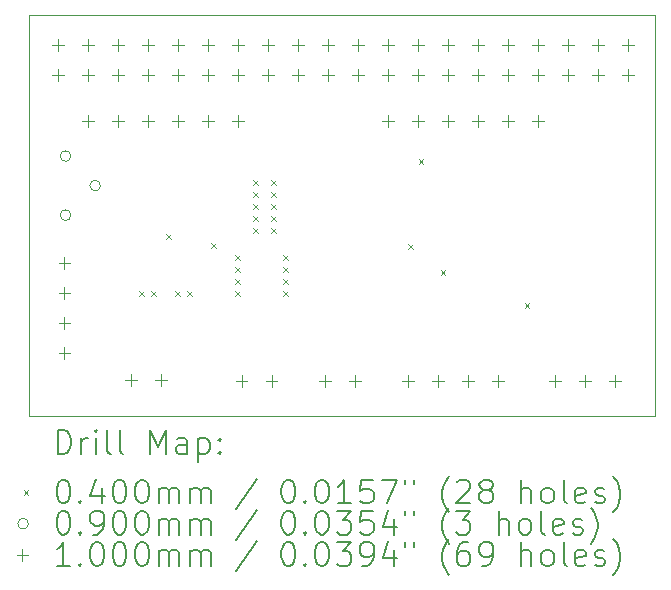
<source format=gbr>
%TF.GenerationSoftware,KiCad,Pcbnew,7.0.1*%
%TF.CreationDate,2023-06-20T17:21:24-05:00*%
%TF.ProjectId,squishbox1,73717569-7368-4626-9f78-312e6b696361,rev?*%
%TF.SameCoordinates,Original*%
%TF.FileFunction,Drillmap*%
%TF.FilePolarity,Positive*%
%FSLAX45Y45*%
G04 Gerber Fmt 4.5, Leading zero omitted, Abs format (unit mm)*
G04 Created by KiCad (PCBNEW 7.0.1) date 2023-06-20 17:21:24*
%MOMM*%
%LPD*%
G01*
G04 APERTURE LIST*
%ADD10C,0.100000*%
%ADD11C,0.200000*%
%ADD12C,0.040000*%
%ADD13C,0.090000*%
G04 APERTURE END LIST*
D10*
X8600000Y-4700000D02*
X13900000Y-4700000D01*
X13900000Y-8100000D01*
X8600000Y-8100000D01*
X8600000Y-4700000D01*
D11*
D12*
X9530400Y-7041200D02*
X9570400Y-7081200D01*
X9570400Y-7041200D02*
X9530400Y-7081200D01*
X9632000Y-7041200D02*
X9672000Y-7081200D01*
X9672000Y-7041200D02*
X9632000Y-7081200D01*
X9759000Y-6559390D02*
X9799000Y-6599390D01*
X9799000Y-6559390D02*
X9759000Y-6599390D01*
X9835200Y-7041200D02*
X9875200Y-7081200D01*
X9875200Y-7041200D02*
X9835200Y-7081200D01*
X9936800Y-7041200D02*
X9976800Y-7081200D01*
X9976800Y-7041200D02*
X9936800Y-7081200D01*
X10140000Y-6634800D02*
X10180000Y-6674800D01*
X10180000Y-6634800D02*
X10140000Y-6674800D01*
X10343200Y-6736400D02*
X10383200Y-6776400D01*
X10383200Y-6736400D02*
X10343200Y-6776400D01*
X10343200Y-6838000D02*
X10383200Y-6878000D01*
X10383200Y-6838000D02*
X10343200Y-6878000D01*
X10343200Y-6939600D02*
X10383200Y-6979600D01*
X10383200Y-6939600D02*
X10343200Y-6979600D01*
X10343200Y-7041200D02*
X10383200Y-7081200D01*
X10383200Y-7041200D02*
X10343200Y-7081200D01*
X10495600Y-6101400D02*
X10535600Y-6141400D01*
X10535600Y-6101400D02*
X10495600Y-6141400D01*
X10495600Y-6203000D02*
X10535600Y-6243000D01*
X10535600Y-6203000D02*
X10495600Y-6243000D01*
X10495600Y-6304600D02*
X10535600Y-6344600D01*
X10535600Y-6304600D02*
X10495600Y-6344600D01*
X10495600Y-6406200D02*
X10535600Y-6446200D01*
X10535600Y-6406200D02*
X10495600Y-6446200D01*
X10495600Y-6507800D02*
X10535600Y-6547800D01*
X10535600Y-6507800D02*
X10495600Y-6547800D01*
X10648000Y-6101400D02*
X10688000Y-6141400D01*
X10688000Y-6101400D02*
X10648000Y-6141400D01*
X10648000Y-6203000D02*
X10688000Y-6243000D01*
X10688000Y-6203000D02*
X10648000Y-6243000D01*
X10648000Y-6304600D02*
X10688000Y-6344600D01*
X10688000Y-6304600D02*
X10648000Y-6344600D01*
X10648000Y-6406200D02*
X10688000Y-6446200D01*
X10688000Y-6406200D02*
X10648000Y-6446200D01*
X10648000Y-6507800D02*
X10688000Y-6547800D01*
X10688000Y-6507800D02*
X10648000Y-6547800D01*
X10749600Y-6736400D02*
X10789600Y-6776400D01*
X10789600Y-6736400D02*
X10749600Y-6776400D01*
X10749600Y-6838000D02*
X10789600Y-6878000D01*
X10789600Y-6838000D02*
X10749600Y-6878000D01*
X10749600Y-6939600D02*
X10789600Y-6979600D01*
X10789600Y-6939600D02*
X10749600Y-6979600D01*
X10749600Y-7041200D02*
X10789600Y-7081200D01*
X10789600Y-7041200D02*
X10749600Y-7081200D01*
X11812390Y-6641180D02*
X11852390Y-6681180D01*
X11852390Y-6641180D02*
X11812390Y-6681180D01*
X11900000Y-5920000D02*
X11940000Y-5960000D01*
X11940000Y-5920000D02*
X11900000Y-5960000D01*
X12084950Y-6865370D02*
X12124950Y-6905370D01*
X12124950Y-6865370D02*
X12084950Y-6905370D01*
X12795470Y-7139240D02*
X12835470Y-7179240D01*
X12835470Y-7139240D02*
X12795470Y-7179240D01*
D13*
X8954900Y-5896800D02*
G75*
G03*
X8954900Y-5896800I-45000J0D01*
G01*
X8954900Y-6396800D02*
G75*
G03*
X8954900Y-6396800I-45000J0D01*
G01*
X9204900Y-6146800D02*
G75*
G03*
X9204900Y-6146800I-45000J0D01*
G01*
D10*
X8844000Y-4903000D02*
X8844000Y-5003000D01*
X8794000Y-4953000D02*
X8894000Y-4953000D01*
X8844000Y-5157000D02*
X8844000Y-5257000D01*
X8794000Y-5207000D02*
X8894000Y-5207000D01*
X8900160Y-6749580D02*
X8900160Y-6849580D01*
X8850160Y-6799580D02*
X8950160Y-6799580D01*
X8900160Y-7003580D02*
X8900160Y-7103580D01*
X8850160Y-7053580D02*
X8950160Y-7053580D01*
X8900160Y-7257580D02*
X8900160Y-7357580D01*
X8850160Y-7307580D02*
X8950160Y-7307580D01*
X8900160Y-7511580D02*
X8900160Y-7611580D01*
X8850160Y-7561580D02*
X8950160Y-7561580D01*
X9098000Y-4903000D02*
X9098000Y-5003000D01*
X9048000Y-4953000D02*
X9148000Y-4953000D01*
X9098000Y-5157000D02*
X9098000Y-5257000D01*
X9048000Y-5207000D02*
X9148000Y-5207000D01*
X9100000Y-5550000D02*
X9100000Y-5650000D01*
X9050000Y-5600000D02*
X9150000Y-5600000D01*
X9352000Y-4903000D02*
X9352000Y-5003000D01*
X9302000Y-4953000D02*
X9402000Y-4953000D01*
X9352000Y-5157000D02*
X9352000Y-5257000D01*
X9302000Y-5207000D02*
X9402000Y-5207000D01*
X9354000Y-5550000D02*
X9354000Y-5650000D01*
X9304000Y-5600000D02*
X9404000Y-5600000D01*
X9464040Y-7740180D02*
X9464040Y-7840180D01*
X9414040Y-7790180D02*
X9514040Y-7790180D01*
X9606000Y-4903000D02*
X9606000Y-5003000D01*
X9556000Y-4953000D02*
X9656000Y-4953000D01*
X9606000Y-5157000D02*
X9606000Y-5257000D01*
X9556000Y-5207000D02*
X9656000Y-5207000D01*
X9608000Y-5550000D02*
X9608000Y-5650000D01*
X9558000Y-5600000D02*
X9658000Y-5600000D01*
X9718040Y-7740180D02*
X9718040Y-7840180D01*
X9668040Y-7790180D02*
X9768040Y-7790180D01*
X9860000Y-4903000D02*
X9860000Y-5003000D01*
X9810000Y-4953000D02*
X9910000Y-4953000D01*
X9860000Y-5157000D02*
X9860000Y-5257000D01*
X9810000Y-5207000D02*
X9910000Y-5207000D01*
X9862000Y-5550000D02*
X9862000Y-5650000D01*
X9812000Y-5600000D02*
X9912000Y-5600000D01*
X10114000Y-4903000D02*
X10114000Y-5003000D01*
X10064000Y-4953000D02*
X10164000Y-4953000D01*
X10114000Y-5157000D02*
X10114000Y-5257000D01*
X10064000Y-5207000D02*
X10164000Y-5207000D01*
X10116000Y-5550000D02*
X10116000Y-5650000D01*
X10066000Y-5600000D02*
X10166000Y-5600000D01*
X10368000Y-4903000D02*
X10368000Y-5003000D01*
X10318000Y-4953000D02*
X10418000Y-4953000D01*
X10368000Y-5157000D02*
X10368000Y-5257000D01*
X10318000Y-5207000D02*
X10418000Y-5207000D01*
X10370000Y-5550000D02*
X10370000Y-5650000D01*
X10320000Y-5600000D02*
X10420000Y-5600000D01*
X10400000Y-7750000D02*
X10400000Y-7850000D01*
X10350000Y-7800000D02*
X10450000Y-7800000D01*
X10622000Y-4903000D02*
X10622000Y-5003000D01*
X10572000Y-4953000D02*
X10672000Y-4953000D01*
X10622000Y-5157000D02*
X10622000Y-5257000D01*
X10572000Y-5207000D02*
X10672000Y-5207000D01*
X10654000Y-7750000D02*
X10654000Y-7850000D01*
X10604000Y-7800000D02*
X10704000Y-7800000D01*
X10876000Y-4903000D02*
X10876000Y-5003000D01*
X10826000Y-4953000D02*
X10926000Y-4953000D01*
X10876000Y-5157000D02*
X10876000Y-5257000D01*
X10826000Y-5207000D02*
X10926000Y-5207000D01*
X11106920Y-7750000D02*
X11106920Y-7850000D01*
X11056920Y-7800000D02*
X11156920Y-7800000D01*
X11130000Y-4903000D02*
X11130000Y-5003000D01*
X11080000Y-4953000D02*
X11180000Y-4953000D01*
X11130000Y-5157000D02*
X11130000Y-5257000D01*
X11080000Y-5207000D02*
X11180000Y-5207000D01*
X11360920Y-7750000D02*
X11360920Y-7850000D01*
X11310920Y-7800000D02*
X11410920Y-7800000D01*
X11384000Y-4903000D02*
X11384000Y-5003000D01*
X11334000Y-4953000D02*
X11434000Y-4953000D01*
X11384000Y-5157000D02*
X11384000Y-5257000D01*
X11334000Y-5207000D02*
X11434000Y-5207000D01*
X11638000Y-4903000D02*
X11638000Y-5003000D01*
X11588000Y-4953000D02*
X11688000Y-4953000D01*
X11638000Y-5157000D02*
X11638000Y-5257000D01*
X11588000Y-5207000D02*
X11688000Y-5207000D01*
X11640000Y-5550000D02*
X11640000Y-5650000D01*
X11590000Y-5600000D02*
X11690000Y-5600000D01*
X11812000Y-7750000D02*
X11812000Y-7850000D01*
X11762000Y-7800000D02*
X11862000Y-7800000D01*
X11892000Y-4903000D02*
X11892000Y-5003000D01*
X11842000Y-4953000D02*
X11942000Y-4953000D01*
X11892000Y-5157000D02*
X11892000Y-5257000D01*
X11842000Y-5207000D02*
X11942000Y-5207000D01*
X11894000Y-5550000D02*
X11894000Y-5650000D01*
X11844000Y-5600000D02*
X11944000Y-5600000D01*
X12066000Y-7750000D02*
X12066000Y-7850000D01*
X12016000Y-7800000D02*
X12116000Y-7800000D01*
X12146000Y-4903000D02*
X12146000Y-5003000D01*
X12096000Y-4953000D02*
X12196000Y-4953000D01*
X12146000Y-5157000D02*
X12146000Y-5257000D01*
X12096000Y-5207000D02*
X12196000Y-5207000D01*
X12148000Y-5550000D02*
X12148000Y-5650000D01*
X12098000Y-5600000D02*
X12198000Y-5600000D01*
X12320000Y-7750000D02*
X12320000Y-7850000D01*
X12270000Y-7800000D02*
X12370000Y-7800000D01*
X12400000Y-4903000D02*
X12400000Y-5003000D01*
X12350000Y-4953000D02*
X12450000Y-4953000D01*
X12400000Y-5157000D02*
X12400000Y-5257000D01*
X12350000Y-5207000D02*
X12450000Y-5207000D01*
X12402000Y-5550000D02*
X12402000Y-5650000D01*
X12352000Y-5600000D02*
X12452000Y-5600000D01*
X12574000Y-7750000D02*
X12574000Y-7850000D01*
X12524000Y-7800000D02*
X12624000Y-7800000D01*
X12654000Y-4903000D02*
X12654000Y-5003000D01*
X12604000Y-4953000D02*
X12704000Y-4953000D01*
X12654000Y-5157000D02*
X12654000Y-5257000D01*
X12604000Y-5207000D02*
X12704000Y-5207000D01*
X12656000Y-5550000D02*
X12656000Y-5650000D01*
X12606000Y-5600000D02*
X12706000Y-5600000D01*
X12908000Y-4903000D02*
X12908000Y-5003000D01*
X12858000Y-4953000D02*
X12958000Y-4953000D01*
X12908000Y-5157000D02*
X12908000Y-5257000D01*
X12858000Y-5207000D02*
X12958000Y-5207000D01*
X12910000Y-5550000D02*
X12910000Y-5650000D01*
X12860000Y-5600000D02*
X12960000Y-5600000D01*
X13050520Y-7747800D02*
X13050520Y-7847800D01*
X13000520Y-7797800D02*
X13100520Y-7797800D01*
X13162000Y-4903000D02*
X13162000Y-5003000D01*
X13112000Y-4953000D02*
X13212000Y-4953000D01*
X13162000Y-5157000D02*
X13162000Y-5257000D01*
X13112000Y-5207000D02*
X13212000Y-5207000D01*
X13304520Y-7747800D02*
X13304520Y-7847800D01*
X13254520Y-7797800D02*
X13354520Y-7797800D01*
X13416000Y-4903000D02*
X13416000Y-5003000D01*
X13366000Y-4953000D02*
X13466000Y-4953000D01*
X13416000Y-5157000D02*
X13416000Y-5257000D01*
X13366000Y-5207000D02*
X13466000Y-5207000D01*
X13558520Y-7747800D02*
X13558520Y-7847800D01*
X13508520Y-7797800D02*
X13608520Y-7797800D01*
X13670000Y-4903000D02*
X13670000Y-5003000D01*
X13620000Y-4953000D02*
X13720000Y-4953000D01*
X13670000Y-5157000D02*
X13670000Y-5257000D01*
X13620000Y-5207000D02*
X13720000Y-5207000D01*
D11*
X8842619Y-8417524D02*
X8842619Y-8217524D01*
X8842619Y-8217524D02*
X8890238Y-8217524D01*
X8890238Y-8217524D02*
X8918810Y-8227048D01*
X8918810Y-8227048D02*
X8937857Y-8246095D01*
X8937857Y-8246095D02*
X8947381Y-8265143D01*
X8947381Y-8265143D02*
X8956905Y-8303238D01*
X8956905Y-8303238D02*
X8956905Y-8331809D01*
X8956905Y-8331809D02*
X8947381Y-8369905D01*
X8947381Y-8369905D02*
X8937857Y-8388952D01*
X8937857Y-8388952D02*
X8918810Y-8408000D01*
X8918810Y-8408000D02*
X8890238Y-8417524D01*
X8890238Y-8417524D02*
X8842619Y-8417524D01*
X9042619Y-8417524D02*
X9042619Y-8284190D01*
X9042619Y-8322286D02*
X9052143Y-8303238D01*
X9052143Y-8303238D02*
X9061667Y-8293714D01*
X9061667Y-8293714D02*
X9080714Y-8284190D01*
X9080714Y-8284190D02*
X9099762Y-8284190D01*
X9166429Y-8417524D02*
X9166429Y-8284190D01*
X9166429Y-8217524D02*
X9156905Y-8227048D01*
X9156905Y-8227048D02*
X9166429Y-8236571D01*
X9166429Y-8236571D02*
X9175952Y-8227048D01*
X9175952Y-8227048D02*
X9166429Y-8217524D01*
X9166429Y-8217524D02*
X9166429Y-8236571D01*
X9290238Y-8417524D02*
X9271190Y-8408000D01*
X9271190Y-8408000D02*
X9261667Y-8388952D01*
X9261667Y-8388952D02*
X9261667Y-8217524D01*
X9395000Y-8417524D02*
X9375952Y-8408000D01*
X9375952Y-8408000D02*
X9366429Y-8388952D01*
X9366429Y-8388952D02*
X9366429Y-8217524D01*
X9623571Y-8417524D02*
X9623571Y-8217524D01*
X9623571Y-8217524D02*
X9690238Y-8360381D01*
X9690238Y-8360381D02*
X9756905Y-8217524D01*
X9756905Y-8217524D02*
X9756905Y-8417524D01*
X9937857Y-8417524D02*
X9937857Y-8312762D01*
X9937857Y-8312762D02*
X9928333Y-8293714D01*
X9928333Y-8293714D02*
X9909286Y-8284190D01*
X9909286Y-8284190D02*
X9871190Y-8284190D01*
X9871190Y-8284190D02*
X9852143Y-8293714D01*
X9937857Y-8408000D02*
X9918810Y-8417524D01*
X9918810Y-8417524D02*
X9871190Y-8417524D01*
X9871190Y-8417524D02*
X9852143Y-8408000D01*
X9852143Y-8408000D02*
X9842619Y-8388952D01*
X9842619Y-8388952D02*
X9842619Y-8369905D01*
X9842619Y-8369905D02*
X9852143Y-8350857D01*
X9852143Y-8350857D02*
X9871190Y-8341333D01*
X9871190Y-8341333D02*
X9918810Y-8341333D01*
X9918810Y-8341333D02*
X9937857Y-8331809D01*
X10033095Y-8284190D02*
X10033095Y-8484190D01*
X10033095Y-8293714D02*
X10052143Y-8284190D01*
X10052143Y-8284190D02*
X10090238Y-8284190D01*
X10090238Y-8284190D02*
X10109286Y-8293714D01*
X10109286Y-8293714D02*
X10118810Y-8303238D01*
X10118810Y-8303238D02*
X10128333Y-8322286D01*
X10128333Y-8322286D02*
X10128333Y-8379428D01*
X10128333Y-8379428D02*
X10118810Y-8398476D01*
X10118810Y-8398476D02*
X10109286Y-8408000D01*
X10109286Y-8408000D02*
X10090238Y-8417524D01*
X10090238Y-8417524D02*
X10052143Y-8417524D01*
X10052143Y-8417524D02*
X10033095Y-8408000D01*
X10214048Y-8398476D02*
X10223571Y-8408000D01*
X10223571Y-8408000D02*
X10214048Y-8417524D01*
X10214048Y-8417524D02*
X10204524Y-8408000D01*
X10204524Y-8408000D02*
X10214048Y-8398476D01*
X10214048Y-8398476D02*
X10214048Y-8417524D01*
X10214048Y-8293714D02*
X10223571Y-8303238D01*
X10223571Y-8303238D02*
X10214048Y-8312762D01*
X10214048Y-8312762D02*
X10204524Y-8303238D01*
X10204524Y-8303238D02*
X10214048Y-8293714D01*
X10214048Y-8293714D02*
X10214048Y-8312762D01*
D12*
X8555000Y-8725000D02*
X8595000Y-8765000D01*
X8595000Y-8725000D02*
X8555000Y-8765000D01*
D11*
X8880714Y-8637524D02*
X8899762Y-8637524D01*
X8899762Y-8637524D02*
X8918810Y-8647048D01*
X8918810Y-8647048D02*
X8928333Y-8656571D01*
X8928333Y-8656571D02*
X8937857Y-8675619D01*
X8937857Y-8675619D02*
X8947381Y-8713714D01*
X8947381Y-8713714D02*
X8947381Y-8761333D01*
X8947381Y-8761333D02*
X8937857Y-8799429D01*
X8937857Y-8799429D02*
X8928333Y-8818476D01*
X8928333Y-8818476D02*
X8918810Y-8828000D01*
X8918810Y-8828000D02*
X8899762Y-8837524D01*
X8899762Y-8837524D02*
X8880714Y-8837524D01*
X8880714Y-8837524D02*
X8861667Y-8828000D01*
X8861667Y-8828000D02*
X8852143Y-8818476D01*
X8852143Y-8818476D02*
X8842619Y-8799429D01*
X8842619Y-8799429D02*
X8833095Y-8761333D01*
X8833095Y-8761333D02*
X8833095Y-8713714D01*
X8833095Y-8713714D02*
X8842619Y-8675619D01*
X8842619Y-8675619D02*
X8852143Y-8656571D01*
X8852143Y-8656571D02*
X8861667Y-8647048D01*
X8861667Y-8647048D02*
X8880714Y-8637524D01*
X9033095Y-8818476D02*
X9042619Y-8828000D01*
X9042619Y-8828000D02*
X9033095Y-8837524D01*
X9033095Y-8837524D02*
X9023571Y-8828000D01*
X9023571Y-8828000D02*
X9033095Y-8818476D01*
X9033095Y-8818476D02*
X9033095Y-8837524D01*
X9214048Y-8704190D02*
X9214048Y-8837524D01*
X9166429Y-8628000D02*
X9118810Y-8770857D01*
X9118810Y-8770857D02*
X9242619Y-8770857D01*
X9356905Y-8637524D02*
X9375952Y-8637524D01*
X9375952Y-8637524D02*
X9395000Y-8647048D01*
X9395000Y-8647048D02*
X9404524Y-8656571D01*
X9404524Y-8656571D02*
X9414048Y-8675619D01*
X9414048Y-8675619D02*
X9423571Y-8713714D01*
X9423571Y-8713714D02*
X9423571Y-8761333D01*
X9423571Y-8761333D02*
X9414048Y-8799429D01*
X9414048Y-8799429D02*
X9404524Y-8818476D01*
X9404524Y-8818476D02*
X9395000Y-8828000D01*
X9395000Y-8828000D02*
X9375952Y-8837524D01*
X9375952Y-8837524D02*
X9356905Y-8837524D01*
X9356905Y-8837524D02*
X9337857Y-8828000D01*
X9337857Y-8828000D02*
X9328333Y-8818476D01*
X9328333Y-8818476D02*
X9318810Y-8799429D01*
X9318810Y-8799429D02*
X9309286Y-8761333D01*
X9309286Y-8761333D02*
X9309286Y-8713714D01*
X9309286Y-8713714D02*
X9318810Y-8675619D01*
X9318810Y-8675619D02*
X9328333Y-8656571D01*
X9328333Y-8656571D02*
X9337857Y-8647048D01*
X9337857Y-8647048D02*
X9356905Y-8637524D01*
X9547381Y-8637524D02*
X9566429Y-8637524D01*
X9566429Y-8637524D02*
X9585476Y-8647048D01*
X9585476Y-8647048D02*
X9595000Y-8656571D01*
X9595000Y-8656571D02*
X9604524Y-8675619D01*
X9604524Y-8675619D02*
X9614048Y-8713714D01*
X9614048Y-8713714D02*
X9614048Y-8761333D01*
X9614048Y-8761333D02*
X9604524Y-8799429D01*
X9604524Y-8799429D02*
X9595000Y-8818476D01*
X9595000Y-8818476D02*
X9585476Y-8828000D01*
X9585476Y-8828000D02*
X9566429Y-8837524D01*
X9566429Y-8837524D02*
X9547381Y-8837524D01*
X9547381Y-8837524D02*
X9528333Y-8828000D01*
X9528333Y-8828000D02*
X9518810Y-8818476D01*
X9518810Y-8818476D02*
X9509286Y-8799429D01*
X9509286Y-8799429D02*
X9499762Y-8761333D01*
X9499762Y-8761333D02*
X9499762Y-8713714D01*
X9499762Y-8713714D02*
X9509286Y-8675619D01*
X9509286Y-8675619D02*
X9518810Y-8656571D01*
X9518810Y-8656571D02*
X9528333Y-8647048D01*
X9528333Y-8647048D02*
X9547381Y-8637524D01*
X9699762Y-8837524D02*
X9699762Y-8704190D01*
X9699762Y-8723238D02*
X9709286Y-8713714D01*
X9709286Y-8713714D02*
X9728333Y-8704190D01*
X9728333Y-8704190D02*
X9756905Y-8704190D01*
X9756905Y-8704190D02*
X9775952Y-8713714D01*
X9775952Y-8713714D02*
X9785476Y-8732762D01*
X9785476Y-8732762D02*
X9785476Y-8837524D01*
X9785476Y-8732762D02*
X9795000Y-8713714D01*
X9795000Y-8713714D02*
X9814048Y-8704190D01*
X9814048Y-8704190D02*
X9842619Y-8704190D01*
X9842619Y-8704190D02*
X9861667Y-8713714D01*
X9861667Y-8713714D02*
X9871191Y-8732762D01*
X9871191Y-8732762D02*
X9871191Y-8837524D01*
X9966429Y-8837524D02*
X9966429Y-8704190D01*
X9966429Y-8723238D02*
X9975952Y-8713714D01*
X9975952Y-8713714D02*
X9995000Y-8704190D01*
X9995000Y-8704190D02*
X10023572Y-8704190D01*
X10023572Y-8704190D02*
X10042619Y-8713714D01*
X10042619Y-8713714D02*
X10052143Y-8732762D01*
X10052143Y-8732762D02*
X10052143Y-8837524D01*
X10052143Y-8732762D02*
X10061667Y-8713714D01*
X10061667Y-8713714D02*
X10080714Y-8704190D01*
X10080714Y-8704190D02*
X10109286Y-8704190D01*
X10109286Y-8704190D02*
X10128333Y-8713714D01*
X10128333Y-8713714D02*
X10137857Y-8732762D01*
X10137857Y-8732762D02*
X10137857Y-8837524D01*
X10528333Y-8628000D02*
X10356905Y-8885143D01*
X10785476Y-8637524D02*
X10804524Y-8637524D01*
X10804524Y-8637524D02*
X10823572Y-8647048D01*
X10823572Y-8647048D02*
X10833095Y-8656571D01*
X10833095Y-8656571D02*
X10842619Y-8675619D01*
X10842619Y-8675619D02*
X10852143Y-8713714D01*
X10852143Y-8713714D02*
X10852143Y-8761333D01*
X10852143Y-8761333D02*
X10842619Y-8799429D01*
X10842619Y-8799429D02*
X10833095Y-8818476D01*
X10833095Y-8818476D02*
X10823572Y-8828000D01*
X10823572Y-8828000D02*
X10804524Y-8837524D01*
X10804524Y-8837524D02*
X10785476Y-8837524D01*
X10785476Y-8837524D02*
X10766429Y-8828000D01*
X10766429Y-8828000D02*
X10756905Y-8818476D01*
X10756905Y-8818476D02*
X10747381Y-8799429D01*
X10747381Y-8799429D02*
X10737857Y-8761333D01*
X10737857Y-8761333D02*
X10737857Y-8713714D01*
X10737857Y-8713714D02*
X10747381Y-8675619D01*
X10747381Y-8675619D02*
X10756905Y-8656571D01*
X10756905Y-8656571D02*
X10766429Y-8647048D01*
X10766429Y-8647048D02*
X10785476Y-8637524D01*
X10937857Y-8818476D02*
X10947381Y-8828000D01*
X10947381Y-8828000D02*
X10937857Y-8837524D01*
X10937857Y-8837524D02*
X10928334Y-8828000D01*
X10928334Y-8828000D02*
X10937857Y-8818476D01*
X10937857Y-8818476D02*
X10937857Y-8837524D01*
X11071191Y-8637524D02*
X11090238Y-8637524D01*
X11090238Y-8637524D02*
X11109286Y-8647048D01*
X11109286Y-8647048D02*
X11118810Y-8656571D01*
X11118810Y-8656571D02*
X11128334Y-8675619D01*
X11128334Y-8675619D02*
X11137857Y-8713714D01*
X11137857Y-8713714D02*
X11137857Y-8761333D01*
X11137857Y-8761333D02*
X11128334Y-8799429D01*
X11128334Y-8799429D02*
X11118810Y-8818476D01*
X11118810Y-8818476D02*
X11109286Y-8828000D01*
X11109286Y-8828000D02*
X11090238Y-8837524D01*
X11090238Y-8837524D02*
X11071191Y-8837524D01*
X11071191Y-8837524D02*
X11052143Y-8828000D01*
X11052143Y-8828000D02*
X11042619Y-8818476D01*
X11042619Y-8818476D02*
X11033095Y-8799429D01*
X11033095Y-8799429D02*
X11023572Y-8761333D01*
X11023572Y-8761333D02*
X11023572Y-8713714D01*
X11023572Y-8713714D02*
X11033095Y-8675619D01*
X11033095Y-8675619D02*
X11042619Y-8656571D01*
X11042619Y-8656571D02*
X11052143Y-8647048D01*
X11052143Y-8647048D02*
X11071191Y-8637524D01*
X11328333Y-8837524D02*
X11214048Y-8837524D01*
X11271191Y-8837524D02*
X11271191Y-8637524D01*
X11271191Y-8637524D02*
X11252143Y-8666095D01*
X11252143Y-8666095D02*
X11233095Y-8685143D01*
X11233095Y-8685143D02*
X11214048Y-8694667D01*
X11509286Y-8637524D02*
X11414048Y-8637524D01*
X11414048Y-8637524D02*
X11404524Y-8732762D01*
X11404524Y-8732762D02*
X11414048Y-8723238D01*
X11414048Y-8723238D02*
X11433095Y-8713714D01*
X11433095Y-8713714D02*
X11480714Y-8713714D01*
X11480714Y-8713714D02*
X11499762Y-8723238D01*
X11499762Y-8723238D02*
X11509286Y-8732762D01*
X11509286Y-8732762D02*
X11518810Y-8751810D01*
X11518810Y-8751810D02*
X11518810Y-8799429D01*
X11518810Y-8799429D02*
X11509286Y-8818476D01*
X11509286Y-8818476D02*
X11499762Y-8828000D01*
X11499762Y-8828000D02*
X11480714Y-8837524D01*
X11480714Y-8837524D02*
X11433095Y-8837524D01*
X11433095Y-8837524D02*
X11414048Y-8828000D01*
X11414048Y-8828000D02*
X11404524Y-8818476D01*
X11585476Y-8637524D02*
X11718810Y-8637524D01*
X11718810Y-8637524D02*
X11633095Y-8837524D01*
X11785476Y-8637524D02*
X11785476Y-8675619D01*
X11861667Y-8637524D02*
X11861667Y-8675619D01*
X12156905Y-8913714D02*
X12147381Y-8904190D01*
X12147381Y-8904190D02*
X12128334Y-8875619D01*
X12128334Y-8875619D02*
X12118810Y-8856571D01*
X12118810Y-8856571D02*
X12109286Y-8828000D01*
X12109286Y-8828000D02*
X12099762Y-8780381D01*
X12099762Y-8780381D02*
X12099762Y-8742286D01*
X12099762Y-8742286D02*
X12109286Y-8694667D01*
X12109286Y-8694667D02*
X12118810Y-8666095D01*
X12118810Y-8666095D02*
X12128334Y-8647048D01*
X12128334Y-8647048D02*
X12147381Y-8618476D01*
X12147381Y-8618476D02*
X12156905Y-8608952D01*
X12223572Y-8656571D02*
X12233095Y-8647048D01*
X12233095Y-8647048D02*
X12252143Y-8637524D01*
X12252143Y-8637524D02*
X12299762Y-8637524D01*
X12299762Y-8637524D02*
X12318810Y-8647048D01*
X12318810Y-8647048D02*
X12328334Y-8656571D01*
X12328334Y-8656571D02*
X12337857Y-8675619D01*
X12337857Y-8675619D02*
X12337857Y-8694667D01*
X12337857Y-8694667D02*
X12328334Y-8723238D01*
X12328334Y-8723238D02*
X12214048Y-8837524D01*
X12214048Y-8837524D02*
X12337857Y-8837524D01*
X12452143Y-8723238D02*
X12433095Y-8713714D01*
X12433095Y-8713714D02*
X12423572Y-8704190D01*
X12423572Y-8704190D02*
X12414048Y-8685143D01*
X12414048Y-8685143D02*
X12414048Y-8675619D01*
X12414048Y-8675619D02*
X12423572Y-8656571D01*
X12423572Y-8656571D02*
X12433095Y-8647048D01*
X12433095Y-8647048D02*
X12452143Y-8637524D01*
X12452143Y-8637524D02*
X12490238Y-8637524D01*
X12490238Y-8637524D02*
X12509286Y-8647048D01*
X12509286Y-8647048D02*
X12518810Y-8656571D01*
X12518810Y-8656571D02*
X12528334Y-8675619D01*
X12528334Y-8675619D02*
X12528334Y-8685143D01*
X12528334Y-8685143D02*
X12518810Y-8704190D01*
X12518810Y-8704190D02*
X12509286Y-8713714D01*
X12509286Y-8713714D02*
X12490238Y-8723238D01*
X12490238Y-8723238D02*
X12452143Y-8723238D01*
X12452143Y-8723238D02*
X12433095Y-8732762D01*
X12433095Y-8732762D02*
X12423572Y-8742286D01*
X12423572Y-8742286D02*
X12414048Y-8761333D01*
X12414048Y-8761333D02*
X12414048Y-8799429D01*
X12414048Y-8799429D02*
X12423572Y-8818476D01*
X12423572Y-8818476D02*
X12433095Y-8828000D01*
X12433095Y-8828000D02*
X12452143Y-8837524D01*
X12452143Y-8837524D02*
X12490238Y-8837524D01*
X12490238Y-8837524D02*
X12509286Y-8828000D01*
X12509286Y-8828000D02*
X12518810Y-8818476D01*
X12518810Y-8818476D02*
X12528334Y-8799429D01*
X12528334Y-8799429D02*
X12528334Y-8761333D01*
X12528334Y-8761333D02*
X12518810Y-8742286D01*
X12518810Y-8742286D02*
X12509286Y-8732762D01*
X12509286Y-8732762D02*
X12490238Y-8723238D01*
X12766429Y-8837524D02*
X12766429Y-8637524D01*
X12852143Y-8837524D02*
X12852143Y-8732762D01*
X12852143Y-8732762D02*
X12842619Y-8713714D01*
X12842619Y-8713714D02*
X12823572Y-8704190D01*
X12823572Y-8704190D02*
X12795000Y-8704190D01*
X12795000Y-8704190D02*
X12775953Y-8713714D01*
X12775953Y-8713714D02*
X12766429Y-8723238D01*
X12975953Y-8837524D02*
X12956905Y-8828000D01*
X12956905Y-8828000D02*
X12947381Y-8818476D01*
X12947381Y-8818476D02*
X12937857Y-8799429D01*
X12937857Y-8799429D02*
X12937857Y-8742286D01*
X12937857Y-8742286D02*
X12947381Y-8723238D01*
X12947381Y-8723238D02*
X12956905Y-8713714D01*
X12956905Y-8713714D02*
X12975953Y-8704190D01*
X12975953Y-8704190D02*
X13004524Y-8704190D01*
X13004524Y-8704190D02*
X13023572Y-8713714D01*
X13023572Y-8713714D02*
X13033096Y-8723238D01*
X13033096Y-8723238D02*
X13042619Y-8742286D01*
X13042619Y-8742286D02*
X13042619Y-8799429D01*
X13042619Y-8799429D02*
X13033096Y-8818476D01*
X13033096Y-8818476D02*
X13023572Y-8828000D01*
X13023572Y-8828000D02*
X13004524Y-8837524D01*
X13004524Y-8837524D02*
X12975953Y-8837524D01*
X13156905Y-8837524D02*
X13137857Y-8828000D01*
X13137857Y-8828000D02*
X13128334Y-8808952D01*
X13128334Y-8808952D02*
X13128334Y-8637524D01*
X13309286Y-8828000D02*
X13290238Y-8837524D01*
X13290238Y-8837524D02*
X13252143Y-8837524D01*
X13252143Y-8837524D02*
X13233096Y-8828000D01*
X13233096Y-8828000D02*
X13223572Y-8808952D01*
X13223572Y-8808952D02*
X13223572Y-8732762D01*
X13223572Y-8732762D02*
X13233096Y-8713714D01*
X13233096Y-8713714D02*
X13252143Y-8704190D01*
X13252143Y-8704190D02*
X13290238Y-8704190D01*
X13290238Y-8704190D02*
X13309286Y-8713714D01*
X13309286Y-8713714D02*
X13318810Y-8732762D01*
X13318810Y-8732762D02*
X13318810Y-8751810D01*
X13318810Y-8751810D02*
X13223572Y-8770857D01*
X13395000Y-8828000D02*
X13414048Y-8837524D01*
X13414048Y-8837524D02*
X13452143Y-8837524D01*
X13452143Y-8837524D02*
X13471191Y-8828000D01*
X13471191Y-8828000D02*
X13480715Y-8808952D01*
X13480715Y-8808952D02*
X13480715Y-8799429D01*
X13480715Y-8799429D02*
X13471191Y-8780381D01*
X13471191Y-8780381D02*
X13452143Y-8770857D01*
X13452143Y-8770857D02*
X13423572Y-8770857D01*
X13423572Y-8770857D02*
X13404524Y-8761333D01*
X13404524Y-8761333D02*
X13395000Y-8742286D01*
X13395000Y-8742286D02*
X13395000Y-8732762D01*
X13395000Y-8732762D02*
X13404524Y-8713714D01*
X13404524Y-8713714D02*
X13423572Y-8704190D01*
X13423572Y-8704190D02*
X13452143Y-8704190D01*
X13452143Y-8704190D02*
X13471191Y-8713714D01*
X13547381Y-8913714D02*
X13556905Y-8904190D01*
X13556905Y-8904190D02*
X13575953Y-8875619D01*
X13575953Y-8875619D02*
X13585477Y-8856571D01*
X13585477Y-8856571D02*
X13595000Y-8828000D01*
X13595000Y-8828000D02*
X13604524Y-8780381D01*
X13604524Y-8780381D02*
X13604524Y-8742286D01*
X13604524Y-8742286D02*
X13595000Y-8694667D01*
X13595000Y-8694667D02*
X13585477Y-8666095D01*
X13585477Y-8666095D02*
X13575953Y-8647048D01*
X13575953Y-8647048D02*
X13556905Y-8618476D01*
X13556905Y-8618476D02*
X13547381Y-8608952D01*
D13*
X8595000Y-9009000D02*
G75*
G03*
X8595000Y-9009000I-45000J0D01*
G01*
D11*
X8880714Y-8901524D02*
X8899762Y-8901524D01*
X8899762Y-8901524D02*
X8918810Y-8911048D01*
X8918810Y-8911048D02*
X8928333Y-8920571D01*
X8928333Y-8920571D02*
X8937857Y-8939619D01*
X8937857Y-8939619D02*
X8947381Y-8977714D01*
X8947381Y-8977714D02*
X8947381Y-9025333D01*
X8947381Y-9025333D02*
X8937857Y-9063429D01*
X8937857Y-9063429D02*
X8928333Y-9082476D01*
X8928333Y-9082476D02*
X8918810Y-9092000D01*
X8918810Y-9092000D02*
X8899762Y-9101524D01*
X8899762Y-9101524D02*
X8880714Y-9101524D01*
X8880714Y-9101524D02*
X8861667Y-9092000D01*
X8861667Y-9092000D02*
X8852143Y-9082476D01*
X8852143Y-9082476D02*
X8842619Y-9063429D01*
X8842619Y-9063429D02*
X8833095Y-9025333D01*
X8833095Y-9025333D02*
X8833095Y-8977714D01*
X8833095Y-8977714D02*
X8842619Y-8939619D01*
X8842619Y-8939619D02*
X8852143Y-8920571D01*
X8852143Y-8920571D02*
X8861667Y-8911048D01*
X8861667Y-8911048D02*
X8880714Y-8901524D01*
X9033095Y-9082476D02*
X9042619Y-9092000D01*
X9042619Y-9092000D02*
X9033095Y-9101524D01*
X9033095Y-9101524D02*
X9023571Y-9092000D01*
X9023571Y-9092000D02*
X9033095Y-9082476D01*
X9033095Y-9082476D02*
X9033095Y-9101524D01*
X9137857Y-9101524D02*
X9175952Y-9101524D01*
X9175952Y-9101524D02*
X9195000Y-9092000D01*
X9195000Y-9092000D02*
X9204524Y-9082476D01*
X9204524Y-9082476D02*
X9223571Y-9053905D01*
X9223571Y-9053905D02*
X9233095Y-9015810D01*
X9233095Y-9015810D02*
X9233095Y-8939619D01*
X9233095Y-8939619D02*
X9223571Y-8920571D01*
X9223571Y-8920571D02*
X9214048Y-8911048D01*
X9214048Y-8911048D02*
X9195000Y-8901524D01*
X9195000Y-8901524D02*
X9156905Y-8901524D01*
X9156905Y-8901524D02*
X9137857Y-8911048D01*
X9137857Y-8911048D02*
X9128333Y-8920571D01*
X9128333Y-8920571D02*
X9118810Y-8939619D01*
X9118810Y-8939619D02*
X9118810Y-8987238D01*
X9118810Y-8987238D02*
X9128333Y-9006286D01*
X9128333Y-9006286D02*
X9137857Y-9015810D01*
X9137857Y-9015810D02*
X9156905Y-9025333D01*
X9156905Y-9025333D02*
X9195000Y-9025333D01*
X9195000Y-9025333D02*
X9214048Y-9015810D01*
X9214048Y-9015810D02*
X9223571Y-9006286D01*
X9223571Y-9006286D02*
X9233095Y-8987238D01*
X9356905Y-8901524D02*
X9375952Y-8901524D01*
X9375952Y-8901524D02*
X9395000Y-8911048D01*
X9395000Y-8911048D02*
X9404524Y-8920571D01*
X9404524Y-8920571D02*
X9414048Y-8939619D01*
X9414048Y-8939619D02*
X9423571Y-8977714D01*
X9423571Y-8977714D02*
X9423571Y-9025333D01*
X9423571Y-9025333D02*
X9414048Y-9063429D01*
X9414048Y-9063429D02*
X9404524Y-9082476D01*
X9404524Y-9082476D02*
X9395000Y-9092000D01*
X9395000Y-9092000D02*
X9375952Y-9101524D01*
X9375952Y-9101524D02*
X9356905Y-9101524D01*
X9356905Y-9101524D02*
X9337857Y-9092000D01*
X9337857Y-9092000D02*
X9328333Y-9082476D01*
X9328333Y-9082476D02*
X9318810Y-9063429D01*
X9318810Y-9063429D02*
X9309286Y-9025333D01*
X9309286Y-9025333D02*
X9309286Y-8977714D01*
X9309286Y-8977714D02*
X9318810Y-8939619D01*
X9318810Y-8939619D02*
X9328333Y-8920571D01*
X9328333Y-8920571D02*
X9337857Y-8911048D01*
X9337857Y-8911048D02*
X9356905Y-8901524D01*
X9547381Y-8901524D02*
X9566429Y-8901524D01*
X9566429Y-8901524D02*
X9585476Y-8911048D01*
X9585476Y-8911048D02*
X9595000Y-8920571D01*
X9595000Y-8920571D02*
X9604524Y-8939619D01*
X9604524Y-8939619D02*
X9614048Y-8977714D01*
X9614048Y-8977714D02*
X9614048Y-9025333D01*
X9614048Y-9025333D02*
X9604524Y-9063429D01*
X9604524Y-9063429D02*
X9595000Y-9082476D01*
X9595000Y-9082476D02*
X9585476Y-9092000D01*
X9585476Y-9092000D02*
X9566429Y-9101524D01*
X9566429Y-9101524D02*
X9547381Y-9101524D01*
X9547381Y-9101524D02*
X9528333Y-9092000D01*
X9528333Y-9092000D02*
X9518810Y-9082476D01*
X9518810Y-9082476D02*
X9509286Y-9063429D01*
X9509286Y-9063429D02*
X9499762Y-9025333D01*
X9499762Y-9025333D02*
X9499762Y-8977714D01*
X9499762Y-8977714D02*
X9509286Y-8939619D01*
X9509286Y-8939619D02*
X9518810Y-8920571D01*
X9518810Y-8920571D02*
X9528333Y-8911048D01*
X9528333Y-8911048D02*
X9547381Y-8901524D01*
X9699762Y-9101524D02*
X9699762Y-8968190D01*
X9699762Y-8987238D02*
X9709286Y-8977714D01*
X9709286Y-8977714D02*
X9728333Y-8968190D01*
X9728333Y-8968190D02*
X9756905Y-8968190D01*
X9756905Y-8968190D02*
X9775952Y-8977714D01*
X9775952Y-8977714D02*
X9785476Y-8996762D01*
X9785476Y-8996762D02*
X9785476Y-9101524D01*
X9785476Y-8996762D02*
X9795000Y-8977714D01*
X9795000Y-8977714D02*
X9814048Y-8968190D01*
X9814048Y-8968190D02*
X9842619Y-8968190D01*
X9842619Y-8968190D02*
X9861667Y-8977714D01*
X9861667Y-8977714D02*
X9871191Y-8996762D01*
X9871191Y-8996762D02*
X9871191Y-9101524D01*
X9966429Y-9101524D02*
X9966429Y-8968190D01*
X9966429Y-8987238D02*
X9975952Y-8977714D01*
X9975952Y-8977714D02*
X9995000Y-8968190D01*
X9995000Y-8968190D02*
X10023572Y-8968190D01*
X10023572Y-8968190D02*
X10042619Y-8977714D01*
X10042619Y-8977714D02*
X10052143Y-8996762D01*
X10052143Y-8996762D02*
X10052143Y-9101524D01*
X10052143Y-8996762D02*
X10061667Y-8977714D01*
X10061667Y-8977714D02*
X10080714Y-8968190D01*
X10080714Y-8968190D02*
X10109286Y-8968190D01*
X10109286Y-8968190D02*
X10128333Y-8977714D01*
X10128333Y-8977714D02*
X10137857Y-8996762D01*
X10137857Y-8996762D02*
X10137857Y-9101524D01*
X10528333Y-8892000D02*
X10356905Y-9149143D01*
X10785476Y-8901524D02*
X10804524Y-8901524D01*
X10804524Y-8901524D02*
X10823572Y-8911048D01*
X10823572Y-8911048D02*
X10833095Y-8920571D01*
X10833095Y-8920571D02*
X10842619Y-8939619D01*
X10842619Y-8939619D02*
X10852143Y-8977714D01*
X10852143Y-8977714D02*
X10852143Y-9025333D01*
X10852143Y-9025333D02*
X10842619Y-9063429D01*
X10842619Y-9063429D02*
X10833095Y-9082476D01*
X10833095Y-9082476D02*
X10823572Y-9092000D01*
X10823572Y-9092000D02*
X10804524Y-9101524D01*
X10804524Y-9101524D02*
X10785476Y-9101524D01*
X10785476Y-9101524D02*
X10766429Y-9092000D01*
X10766429Y-9092000D02*
X10756905Y-9082476D01*
X10756905Y-9082476D02*
X10747381Y-9063429D01*
X10747381Y-9063429D02*
X10737857Y-9025333D01*
X10737857Y-9025333D02*
X10737857Y-8977714D01*
X10737857Y-8977714D02*
X10747381Y-8939619D01*
X10747381Y-8939619D02*
X10756905Y-8920571D01*
X10756905Y-8920571D02*
X10766429Y-8911048D01*
X10766429Y-8911048D02*
X10785476Y-8901524D01*
X10937857Y-9082476D02*
X10947381Y-9092000D01*
X10947381Y-9092000D02*
X10937857Y-9101524D01*
X10937857Y-9101524D02*
X10928334Y-9092000D01*
X10928334Y-9092000D02*
X10937857Y-9082476D01*
X10937857Y-9082476D02*
X10937857Y-9101524D01*
X11071191Y-8901524D02*
X11090238Y-8901524D01*
X11090238Y-8901524D02*
X11109286Y-8911048D01*
X11109286Y-8911048D02*
X11118810Y-8920571D01*
X11118810Y-8920571D02*
X11128334Y-8939619D01*
X11128334Y-8939619D02*
X11137857Y-8977714D01*
X11137857Y-8977714D02*
X11137857Y-9025333D01*
X11137857Y-9025333D02*
X11128334Y-9063429D01*
X11128334Y-9063429D02*
X11118810Y-9082476D01*
X11118810Y-9082476D02*
X11109286Y-9092000D01*
X11109286Y-9092000D02*
X11090238Y-9101524D01*
X11090238Y-9101524D02*
X11071191Y-9101524D01*
X11071191Y-9101524D02*
X11052143Y-9092000D01*
X11052143Y-9092000D02*
X11042619Y-9082476D01*
X11042619Y-9082476D02*
X11033095Y-9063429D01*
X11033095Y-9063429D02*
X11023572Y-9025333D01*
X11023572Y-9025333D02*
X11023572Y-8977714D01*
X11023572Y-8977714D02*
X11033095Y-8939619D01*
X11033095Y-8939619D02*
X11042619Y-8920571D01*
X11042619Y-8920571D02*
X11052143Y-8911048D01*
X11052143Y-8911048D02*
X11071191Y-8901524D01*
X11204524Y-8901524D02*
X11328333Y-8901524D01*
X11328333Y-8901524D02*
X11261667Y-8977714D01*
X11261667Y-8977714D02*
X11290238Y-8977714D01*
X11290238Y-8977714D02*
X11309286Y-8987238D01*
X11309286Y-8987238D02*
X11318810Y-8996762D01*
X11318810Y-8996762D02*
X11328333Y-9015810D01*
X11328333Y-9015810D02*
X11328333Y-9063429D01*
X11328333Y-9063429D02*
X11318810Y-9082476D01*
X11318810Y-9082476D02*
X11309286Y-9092000D01*
X11309286Y-9092000D02*
X11290238Y-9101524D01*
X11290238Y-9101524D02*
X11233095Y-9101524D01*
X11233095Y-9101524D02*
X11214048Y-9092000D01*
X11214048Y-9092000D02*
X11204524Y-9082476D01*
X11509286Y-8901524D02*
X11414048Y-8901524D01*
X11414048Y-8901524D02*
X11404524Y-8996762D01*
X11404524Y-8996762D02*
X11414048Y-8987238D01*
X11414048Y-8987238D02*
X11433095Y-8977714D01*
X11433095Y-8977714D02*
X11480714Y-8977714D01*
X11480714Y-8977714D02*
X11499762Y-8987238D01*
X11499762Y-8987238D02*
X11509286Y-8996762D01*
X11509286Y-8996762D02*
X11518810Y-9015810D01*
X11518810Y-9015810D02*
X11518810Y-9063429D01*
X11518810Y-9063429D02*
X11509286Y-9082476D01*
X11509286Y-9082476D02*
X11499762Y-9092000D01*
X11499762Y-9092000D02*
X11480714Y-9101524D01*
X11480714Y-9101524D02*
X11433095Y-9101524D01*
X11433095Y-9101524D02*
X11414048Y-9092000D01*
X11414048Y-9092000D02*
X11404524Y-9082476D01*
X11690238Y-8968190D02*
X11690238Y-9101524D01*
X11642619Y-8892000D02*
X11595000Y-9034857D01*
X11595000Y-9034857D02*
X11718810Y-9034857D01*
X11785476Y-8901524D02*
X11785476Y-8939619D01*
X11861667Y-8901524D02*
X11861667Y-8939619D01*
X12156905Y-9177714D02*
X12147381Y-9168190D01*
X12147381Y-9168190D02*
X12128334Y-9139619D01*
X12128334Y-9139619D02*
X12118810Y-9120571D01*
X12118810Y-9120571D02*
X12109286Y-9092000D01*
X12109286Y-9092000D02*
X12099762Y-9044381D01*
X12099762Y-9044381D02*
X12099762Y-9006286D01*
X12099762Y-9006286D02*
X12109286Y-8958667D01*
X12109286Y-8958667D02*
X12118810Y-8930095D01*
X12118810Y-8930095D02*
X12128334Y-8911048D01*
X12128334Y-8911048D02*
X12147381Y-8882476D01*
X12147381Y-8882476D02*
X12156905Y-8872952D01*
X12214048Y-8901524D02*
X12337857Y-8901524D01*
X12337857Y-8901524D02*
X12271191Y-8977714D01*
X12271191Y-8977714D02*
X12299762Y-8977714D01*
X12299762Y-8977714D02*
X12318810Y-8987238D01*
X12318810Y-8987238D02*
X12328334Y-8996762D01*
X12328334Y-8996762D02*
X12337857Y-9015810D01*
X12337857Y-9015810D02*
X12337857Y-9063429D01*
X12337857Y-9063429D02*
X12328334Y-9082476D01*
X12328334Y-9082476D02*
X12318810Y-9092000D01*
X12318810Y-9092000D02*
X12299762Y-9101524D01*
X12299762Y-9101524D02*
X12242619Y-9101524D01*
X12242619Y-9101524D02*
X12223572Y-9092000D01*
X12223572Y-9092000D02*
X12214048Y-9082476D01*
X12575953Y-9101524D02*
X12575953Y-8901524D01*
X12661667Y-9101524D02*
X12661667Y-8996762D01*
X12661667Y-8996762D02*
X12652143Y-8977714D01*
X12652143Y-8977714D02*
X12633096Y-8968190D01*
X12633096Y-8968190D02*
X12604524Y-8968190D01*
X12604524Y-8968190D02*
X12585476Y-8977714D01*
X12585476Y-8977714D02*
X12575953Y-8987238D01*
X12785476Y-9101524D02*
X12766429Y-9092000D01*
X12766429Y-9092000D02*
X12756905Y-9082476D01*
X12756905Y-9082476D02*
X12747381Y-9063429D01*
X12747381Y-9063429D02*
X12747381Y-9006286D01*
X12747381Y-9006286D02*
X12756905Y-8987238D01*
X12756905Y-8987238D02*
X12766429Y-8977714D01*
X12766429Y-8977714D02*
X12785476Y-8968190D01*
X12785476Y-8968190D02*
X12814048Y-8968190D01*
X12814048Y-8968190D02*
X12833096Y-8977714D01*
X12833096Y-8977714D02*
X12842619Y-8987238D01*
X12842619Y-8987238D02*
X12852143Y-9006286D01*
X12852143Y-9006286D02*
X12852143Y-9063429D01*
X12852143Y-9063429D02*
X12842619Y-9082476D01*
X12842619Y-9082476D02*
X12833096Y-9092000D01*
X12833096Y-9092000D02*
X12814048Y-9101524D01*
X12814048Y-9101524D02*
X12785476Y-9101524D01*
X12966429Y-9101524D02*
X12947381Y-9092000D01*
X12947381Y-9092000D02*
X12937857Y-9072952D01*
X12937857Y-9072952D02*
X12937857Y-8901524D01*
X13118810Y-9092000D02*
X13099762Y-9101524D01*
X13099762Y-9101524D02*
X13061667Y-9101524D01*
X13061667Y-9101524D02*
X13042619Y-9092000D01*
X13042619Y-9092000D02*
X13033096Y-9072952D01*
X13033096Y-9072952D02*
X13033096Y-8996762D01*
X13033096Y-8996762D02*
X13042619Y-8977714D01*
X13042619Y-8977714D02*
X13061667Y-8968190D01*
X13061667Y-8968190D02*
X13099762Y-8968190D01*
X13099762Y-8968190D02*
X13118810Y-8977714D01*
X13118810Y-8977714D02*
X13128334Y-8996762D01*
X13128334Y-8996762D02*
X13128334Y-9015810D01*
X13128334Y-9015810D02*
X13033096Y-9034857D01*
X13204524Y-9092000D02*
X13223572Y-9101524D01*
X13223572Y-9101524D02*
X13261667Y-9101524D01*
X13261667Y-9101524D02*
X13280715Y-9092000D01*
X13280715Y-9092000D02*
X13290238Y-9072952D01*
X13290238Y-9072952D02*
X13290238Y-9063429D01*
X13290238Y-9063429D02*
X13280715Y-9044381D01*
X13280715Y-9044381D02*
X13261667Y-9034857D01*
X13261667Y-9034857D02*
X13233096Y-9034857D01*
X13233096Y-9034857D02*
X13214048Y-9025333D01*
X13214048Y-9025333D02*
X13204524Y-9006286D01*
X13204524Y-9006286D02*
X13204524Y-8996762D01*
X13204524Y-8996762D02*
X13214048Y-8977714D01*
X13214048Y-8977714D02*
X13233096Y-8968190D01*
X13233096Y-8968190D02*
X13261667Y-8968190D01*
X13261667Y-8968190D02*
X13280715Y-8977714D01*
X13356905Y-9177714D02*
X13366429Y-9168190D01*
X13366429Y-9168190D02*
X13385477Y-9139619D01*
X13385477Y-9139619D02*
X13395000Y-9120571D01*
X13395000Y-9120571D02*
X13404524Y-9092000D01*
X13404524Y-9092000D02*
X13414048Y-9044381D01*
X13414048Y-9044381D02*
X13414048Y-9006286D01*
X13414048Y-9006286D02*
X13404524Y-8958667D01*
X13404524Y-8958667D02*
X13395000Y-8930095D01*
X13395000Y-8930095D02*
X13385477Y-8911048D01*
X13385477Y-8911048D02*
X13366429Y-8882476D01*
X13366429Y-8882476D02*
X13356905Y-8872952D01*
D10*
X8545000Y-9223000D02*
X8545000Y-9323000D01*
X8495000Y-9273000D02*
X8595000Y-9273000D01*
D11*
X8947381Y-9365524D02*
X8833095Y-9365524D01*
X8890238Y-9365524D02*
X8890238Y-9165524D01*
X8890238Y-9165524D02*
X8871190Y-9194095D01*
X8871190Y-9194095D02*
X8852143Y-9213143D01*
X8852143Y-9213143D02*
X8833095Y-9222667D01*
X9033095Y-9346476D02*
X9042619Y-9356000D01*
X9042619Y-9356000D02*
X9033095Y-9365524D01*
X9033095Y-9365524D02*
X9023571Y-9356000D01*
X9023571Y-9356000D02*
X9033095Y-9346476D01*
X9033095Y-9346476D02*
X9033095Y-9365524D01*
X9166429Y-9165524D02*
X9185476Y-9165524D01*
X9185476Y-9165524D02*
X9204524Y-9175048D01*
X9204524Y-9175048D02*
X9214048Y-9184571D01*
X9214048Y-9184571D02*
X9223571Y-9203619D01*
X9223571Y-9203619D02*
X9233095Y-9241714D01*
X9233095Y-9241714D02*
X9233095Y-9289333D01*
X9233095Y-9289333D02*
X9223571Y-9327429D01*
X9223571Y-9327429D02*
X9214048Y-9346476D01*
X9214048Y-9346476D02*
X9204524Y-9356000D01*
X9204524Y-9356000D02*
X9185476Y-9365524D01*
X9185476Y-9365524D02*
X9166429Y-9365524D01*
X9166429Y-9365524D02*
X9147381Y-9356000D01*
X9147381Y-9356000D02*
X9137857Y-9346476D01*
X9137857Y-9346476D02*
X9128333Y-9327429D01*
X9128333Y-9327429D02*
X9118810Y-9289333D01*
X9118810Y-9289333D02*
X9118810Y-9241714D01*
X9118810Y-9241714D02*
X9128333Y-9203619D01*
X9128333Y-9203619D02*
X9137857Y-9184571D01*
X9137857Y-9184571D02*
X9147381Y-9175048D01*
X9147381Y-9175048D02*
X9166429Y-9165524D01*
X9356905Y-9165524D02*
X9375952Y-9165524D01*
X9375952Y-9165524D02*
X9395000Y-9175048D01*
X9395000Y-9175048D02*
X9404524Y-9184571D01*
X9404524Y-9184571D02*
X9414048Y-9203619D01*
X9414048Y-9203619D02*
X9423571Y-9241714D01*
X9423571Y-9241714D02*
X9423571Y-9289333D01*
X9423571Y-9289333D02*
X9414048Y-9327429D01*
X9414048Y-9327429D02*
X9404524Y-9346476D01*
X9404524Y-9346476D02*
X9395000Y-9356000D01*
X9395000Y-9356000D02*
X9375952Y-9365524D01*
X9375952Y-9365524D02*
X9356905Y-9365524D01*
X9356905Y-9365524D02*
X9337857Y-9356000D01*
X9337857Y-9356000D02*
X9328333Y-9346476D01*
X9328333Y-9346476D02*
X9318810Y-9327429D01*
X9318810Y-9327429D02*
X9309286Y-9289333D01*
X9309286Y-9289333D02*
X9309286Y-9241714D01*
X9309286Y-9241714D02*
X9318810Y-9203619D01*
X9318810Y-9203619D02*
X9328333Y-9184571D01*
X9328333Y-9184571D02*
X9337857Y-9175048D01*
X9337857Y-9175048D02*
X9356905Y-9165524D01*
X9547381Y-9165524D02*
X9566429Y-9165524D01*
X9566429Y-9165524D02*
X9585476Y-9175048D01*
X9585476Y-9175048D02*
X9595000Y-9184571D01*
X9595000Y-9184571D02*
X9604524Y-9203619D01*
X9604524Y-9203619D02*
X9614048Y-9241714D01*
X9614048Y-9241714D02*
X9614048Y-9289333D01*
X9614048Y-9289333D02*
X9604524Y-9327429D01*
X9604524Y-9327429D02*
X9595000Y-9346476D01*
X9595000Y-9346476D02*
X9585476Y-9356000D01*
X9585476Y-9356000D02*
X9566429Y-9365524D01*
X9566429Y-9365524D02*
X9547381Y-9365524D01*
X9547381Y-9365524D02*
X9528333Y-9356000D01*
X9528333Y-9356000D02*
X9518810Y-9346476D01*
X9518810Y-9346476D02*
X9509286Y-9327429D01*
X9509286Y-9327429D02*
X9499762Y-9289333D01*
X9499762Y-9289333D02*
X9499762Y-9241714D01*
X9499762Y-9241714D02*
X9509286Y-9203619D01*
X9509286Y-9203619D02*
X9518810Y-9184571D01*
X9518810Y-9184571D02*
X9528333Y-9175048D01*
X9528333Y-9175048D02*
X9547381Y-9165524D01*
X9699762Y-9365524D02*
X9699762Y-9232190D01*
X9699762Y-9251238D02*
X9709286Y-9241714D01*
X9709286Y-9241714D02*
X9728333Y-9232190D01*
X9728333Y-9232190D02*
X9756905Y-9232190D01*
X9756905Y-9232190D02*
X9775952Y-9241714D01*
X9775952Y-9241714D02*
X9785476Y-9260762D01*
X9785476Y-9260762D02*
X9785476Y-9365524D01*
X9785476Y-9260762D02*
X9795000Y-9241714D01*
X9795000Y-9241714D02*
X9814048Y-9232190D01*
X9814048Y-9232190D02*
X9842619Y-9232190D01*
X9842619Y-9232190D02*
X9861667Y-9241714D01*
X9861667Y-9241714D02*
X9871191Y-9260762D01*
X9871191Y-9260762D02*
X9871191Y-9365524D01*
X9966429Y-9365524D02*
X9966429Y-9232190D01*
X9966429Y-9251238D02*
X9975952Y-9241714D01*
X9975952Y-9241714D02*
X9995000Y-9232190D01*
X9995000Y-9232190D02*
X10023572Y-9232190D01*
X10023572Y-9232190D02*
X10042619Y-9241714D01*
X10042619Y-9241714D02*
X10052143Y-9260762D01*
X10052143Y-9260762D02*
X10052143Y-9365524D01*
X10052143Y-9260762D02*
X10061667Y-9241714D01*
X10061667Y-9241714D02*
X10080714Y-9232190D01*
X10080714Y-9232190D02*
X10109286Y-9232190D01*
X10109286Y-9232190D02*
X10128333Y-9241714D01*
X10128333Y-9241714D02*
X10137857Y-9260762D01*
X10137857Y-9260762D02*
X10137857Y-9365524D01*
X10528333Y-9156000D02*
X10356905Y-9413143D01*
X10785476Y-9165524D02*
X10804524Y-9165524D01*
X10804524Y-9165524D02*
X10823572Y-9175048D01*
X10823572Y-9175048D02*
X10833095Y-9184571D01*
X10833095Y-9184571D02*
X10842619Y-9203619D01*
X10842619Y-9203619D02*
X10852143Y-9241714D01*
X10852143Y-9241714D02*
X10852143Y-9289333D01*
X10852143Y-9289333D02*
X10842619Y-9327429D01*
X10842619Y-9327429D02*
X10833095Y-9346476D01*
X10833095Y-9346476D02*
X10823572Y-9356000D01*
X10823572Y-9356000D02*
X10804524Y-9365524D01*
X10804524Y-9365524D02*
X10785476Y-9365524D01*
X10785476Y-9365524D02*
X10766429Y-9356000D01*
X10766429Y-9356000D02*
X10756905Y-9346476D01*
X10756905Y-9346476D02*
X10747381Y-9327429D01*
X10747381Y-9327429D02*
X10737857Y-9289333D01*
X10737857Y-9289333D02*
X10737857Y-9241714D01*
X10737857Y-9241714D02*
X10747381Y-9203619D01*
X10747381Y-9203619D02*
X10756905Y-9184571D01*
X10756905Y-9184571D02*
X10766429Y-9175048D01*
X10766429Y-9175048D02*
X10785476Y-9165524D01*
X10937857Y-9346476D02*
X10947381Y-9356000D01*
X10947381Y-9356000D02*
X10937857Y-9365524D01*
X10937857Y-9365524D02*
X10928334Y-9356000D01*
X10928334Y-9356000D02*
X10937857Y-9346476D01*
X10937857Y-9346476D02*
X10937857Y-9365524D01*
X11071191Y-9165524D02*
X11090238Y-9165524D01*
X11090238Y-9165524D02*
X11109286Y-9175048D01*
X11109286Y-9175048D02*
X11118810Y-9184571D01*
X11118810Y-9184571D02*
X11128334Y-9203619D01*
X11128334Y-9203619D02*
X11137857Y-9241714D01*
X11137857Y-9241714D02*
X11137857Y-9289333D01*
X11137857Y-9289333D02*
X11128334Y-9327429D01*
X11128334Y-9327429D02*
X11118810Y-9346476D01*
X11118810Y-9346476D02*
X11109286Y-9356000D01*
X11109286Y-9356000D02*
X11090238Y-9365524D01*
X11090238Y-9365524D02*
X11071191Y-9365524D01*
X11071191Y-9365524D02*
X11052143Y-9356000D01*
X11052143Y-9356000D02*
X11042619Y-9346476D01*
X11042619Y-9346476D02*
X11033095Y-9327429D01*
X11033095Y-9327429D02*
X11023572Y-9289333D01*
X11023572Y-9289333D02*
X11023572Y-9241714D01*
X11023572Y-9241714D02*
X11033095Y-9203619D01*
X11033095Y-9203619D02*
X11042619Y-9184571D01*
X11042619Y-9184571D02*
X11052143Y-9175048D01*
X11052143Y-9175048D02*
X11071191Y-9165524D01*
X11204524Y-9165524D02*
X11328333Y-9165524D01*
X11328333Y-9165524D02*
X11261667Y-9241714D01*
X11261667Y-9241714D02*
X11290238Y-9241714D01*
X11290238Y-9241714D02*
X11309286Y-9251238D01*
X11309286Y-9251238D02*
X11318810Y-9260762D01*
X11318810Y-9260762D02*
X11328333Y-9279810D01*
X11328333Y-9279810D02*
X11328333Y-9327429D01*
X11328333Y-9327429D02*
X11318810Y-9346476D01*
X11318810Y-9346476D02*
X11309286Y-9356000D01*
X11309286Y-9356000D02*
X11290238Y-9365524D01*
X11290238Y-9365524D02*
X11233095Y-9365524D01*
X11233095Y-9365524D02*
X11214048Y-9356000D01*
X11214048Y-9356000D02*
X11204524Y-9346476D01*
X11423572Y-9365524D02*
X11461667Y-9365524D01*
X11461667Y-9365524D02*
X11480714Y-9356000D01*
X11480714Y-9356000D02*
X11490238Y-9346476D01*
X11490238Y-9346476D02*
X11509286Y-9317905D01*
X11509286Y-9317905D02*
X11518810Y-9279810D01*
X11518810Y-9279810D02*
X11518810Y-9203619D01*
X11518810Y-9203619D02*
X11509286Y-9184571D01*
X11509286Y-9184571D02*
X11499762Y-9175048D01*
X11499762Y-9175048D02*
X11480714Y-9165524D01*
X11480714Y-9165524D02*
X11442619Y-9165524D01*
X11442619Y-9165524D02*
X11423572Y-9175048D01*
X11423572Y-9175048D02*
X11414048Y-9184571D01*
X11414048Y-9184571D02*
X11404524Y-9203619D01*
X11404524Y-9203619D02*
X11404524Y-9251238D01*
X11404524Y-9251238D02*
X11414048Y-9270286D01*
X11414048Y-9270286D02*
X11423572Y-9279810D01*
X11423572Y-9279810D02*
X11442619Y-9289333D01*
X11442619Y-9289333D02*
X11480714Y-9289333D01*
X11480714Y-9289333D02*
X11499762Y-9279810D01*
X11499762Y-9279810D02*
X11509286Y-9270286D01*
X11509286Y-9270286D02*
X11518810Y-9251238D01*
X11690238Y-9232190D02*
X11690238Y-9365524D01*
X11642619Y-9156000D02*
X11595000Y-9298857D01*
X11595000Y-9298857D02*
X11718810Y-9298857D01*
X11785476Y-9165524D02*
X11785476Y-9203619D01*
X11861667Y-9165524D02*
X11861667Y-9203619D01*
X12156905Y-9441714D02*
X12147381Y-9432190D01*
X12147381Y-9432190D02*
X12128334Y-9403619D01*
X12128334Y-9403619D02*
X12118810Y-9384571D01*
X12118810Y-9384571D02*
X12109286Y-9356000D01*
X12109286Y-9356000D02*
X12099762Y-9308381D01*
X12099762Y-9308381D02*
X12099762Y-9270286D01*
X12099762Y-9270286D02*
X12109286Y-9222667D01*
X12109286Y-9222667D02*
X12118810Y-9194095D01*
X12118810Y-9194095D02*
X12128334Y-9175048D01*
X12128334Y-9175048D02*
X12147381Y-9146476D01*
X12147381Y-9146476D02*
X12156905Y-9136952D01*
X12318810Y-9165524D02*
X12280714Y-9165524D01*
X12280714Y-9165524D02*
X12261667Y-9175048D01*
X12261667Y-9175048D02*
X12252143Y-9184571D01*
X12252143Y-9184571D02*
X12233095Y-9213143D01*
X12233095Y-9213143D02*
X12223572Y-9251238D01*
X12223572Y-9251238D02*
X12223572Y-9327429D01*
X12223572Y-9327429D02*
X12233095Y-9346476D01*
X12233095Y-9346476D02*
X12242619Y-9356000D01*
X12242619Y-9356000D02*
X12261667Y-9365524D01*
X12261667Y-9365524D02*
X12299762Y-9365524D01*
X12299762Y-9365524D02*
X12318810Y-9356000D01*
X12318810Y-9356000D02*
X12328334Y-9346476D01*
X12328334Y-9346476D02*
X12337857Y-9327429D01*
X12337857Y-9327429D02*
X12337857Y-9279810D01*
X12337857Y-9279810D02*
X12328334Y-9260762D01*
X12328334Y-9260762D02*
X12318810Y-9251238D01*
X12318810Y-9251238D02*
X12299762Y-9241714D01*
X12299762Y-9241714D02*
X12261667Y-9241714D01*
X12261667Y-9241714D02*
X12242619Y-9251238D01*
X12242619Y-9251238D02*
X12233095Y-9260762D01*
X12233095Y-9260762D02*
X12223572Y-9279810D01*
X12433095Y-9365524D02*
X12471191Y-9365524D01*
X12471191Y-9365524D02*
X12490238Y-9356000D01*
X12490238Y-9356000D02*
X12499762Y-9346476D01*
X12499762Y-9346476D02*
X12518810Y-9317905D01*
X12518810Y-9317905D02*
X12528334Y-9279810D01*
X12528334Y-9279810D02*
X12528334Y-9203619D01*
X12528334Y-9203619D02*
X12518810Y-9184571D01*
X12518810Y-9184571D02*
X12509286Y-9175048D01*
X12509286Y-9175048D02*
X12490238Y-9165524D01*
X12490238Y-9165524D02*
X12452143Y-9165524D01*
X12452143Y-9165524D02*
X12433095Y-9175048D01*
X12433095Y-9175048D02*
X12423572Y-9184571D01*
X12423572Y-9184571D02*
X12414048Y-9203619D01*
X12414048Y-9203619D02*
X12414048Y-9251238D01*
X12414048Y-9251238D02*
X12423572Y-9270286D01*
X12423572Y-9270286D02*
X12433095Y-9279810D01*
X12433095Y-9279810D02*
X12452143Y-9289333D01*
X12452143Y-9289333D02*
X12490238Y-9289333D01*
X12490238Y-9289333D02*
X12509286Y-9279810D01*
X12509286Y-9279810D02*
X12518810Y-9270286D01*
X12518810Y-9270286D02*
X12528334Y-9251238D01*
X12766429Y-9365524D02*
X12766429Y-9165524D01*
X12852143Y-9365524D02*
X12852143Y-9260762D01*
X12852143Y-9260762D02*
X12842619Y-9241714D01*
X12842619Y-9241714D02*
X12823572Y-9232190D01*
X12823572Y-9232190D02*
X12795000Y-9232190D01*
X12795000Y-9232190D02*
X12775953Y-9241714D01*
X12775953Y-9241714D02*
X12766429Y-9251238D01*
X12975953Y-9365524D02*
X12956905Y-9356000D01*
X12956905Y-9356000D02*
X12947381Y-9346476D01*
X12947381Y-9346476D02*
X12937857Y-9327429D01*
X12937857Y-9327429D02*
X12937857Y-9270286D01*
X12937857Y-9270286D02*
X12947381Y-9251238D01*
X12947381Y-9251238D02*
X12956905Y-9241714D01*
X12956905Y-9241714D02*
X12975953Y-9232190D01*
X12975953Y-9232190D02*
X13004524Y-9232190D01*
X13004524Y-9232190D02*
X13023572Y-9241714D01*
X13023572Y-9241714D02*
X13033096Y-9251238D01*
X13033096Y-9251238D02*
X13042619Y-9270286D01*
X13042619Y-9270286D02*
X13042619Y-9327429D01*
X13042619Y-9327429D02*
X13033096Y-9346476D01*
X13033096Y-9346476D02*
X13023572Y-9356000D01*
X13023572Y-9356000D02*
X13004524Y-9365524D01*
X13004524Y-9365524D02*
X12975953Y-9365524D01*
X13156905Y-9365524D02*
X13137857Y-9356000D01*
X13137857Y-9356000D02*
X13128334Y-9336952D01*
X13128334Y-9336952D02*
X13128334Y-9165524D01*
X13309286Y-9356000D02*
X13290238Y-9365524D01*
X13290238Y-9365524D02*
X13252143Y-9365524D01*
X13252143Y-9365524D02*
X13233096Y-9356000D01*
X13233096Y-9356000D02*
X13223572Y-9336952D01*
X13223572Y-9336952D02*
X13223572Y-9260762D01*
X13223572Y-9260762D02*
X13233096Y-9241714D01*
X13233096Y-9241714D02*
X13252143Y-9232190D01*
X13252143Y-9232190D02*
X13290238Y-9232190D01*
X13290238Y-9232190D02*
X13309286Y-9241714D01*
X13309286Y-9241714D02*
X13318810Y-9260762D01*
X13318810Y-9260762D02*
X13318810Y-9279810D01*
X13318810Y-9279810D02*
X13223572Y-9298857D01*
X13395000Y-9356000D02*
X13414048Y-9365524D01*
X13414048Y-9365524D02*
X13452143Y-9365524D01*
X13452143Y-9365524D02*
X13471191Y-9356000D01*
X13471191Y-9356000D02*
X13480715Y-9336952D01*
X13480715Y-9336952D02*
X13480715Y-9327429D01*
X13480715Y-9327429D02*
X13471191Y-9308381D01*
X13471191Y-9308381D02*
X13452143Y-9298857D01*
X13452143Y-9298857D02*
X13423572Y-9298857D01*
X13423572Y-9298857D02*
X13404524Y-9289333D01*
X13404524Y-9289333D02*
X13395000Y-9270286D01*
X13395000Y-9270286D02*
X13395000Y-9260762D01*
X13395000Y-9260762D02*
X13404524Y-9241714D01*
X13404524Y-9241714D02*
X13423572Y-9232190D01*
X13423572Y-9232190D02*
X13452143Y-9232190D01*
X13452143Y-9232190D02*
X13471191Y-9241714D01*
X13547381Y-9441714D02*
X13556905Y-9432190D01*
X13556905Y-9432190D02*
X13575953Y-9403619D01*
X13575953Y-9403619D02*
X13585477Y-9384571D01*
X13585477Y-9384571D02*
X13595000Y-9356000D01*
X13595000Y-9356000D02*
X13604524Y-9308381D01*
X13604524Y-9308381D02*
X13604524Y-9270286D01*
X13604524Y-9270286D02*
X13595000Y-9222667D01*
X13595000Y-9222667D02*
X13585477Y-9194095D01*
X13585477Y-9194095D02*
X13575953Y-9175048D01*
X13575953Y-9175048D02*
X13556905Y-9146476D01*
X13556905Y-9146476D02*
X13547381Y-9136952D01*
M02*

</source>
